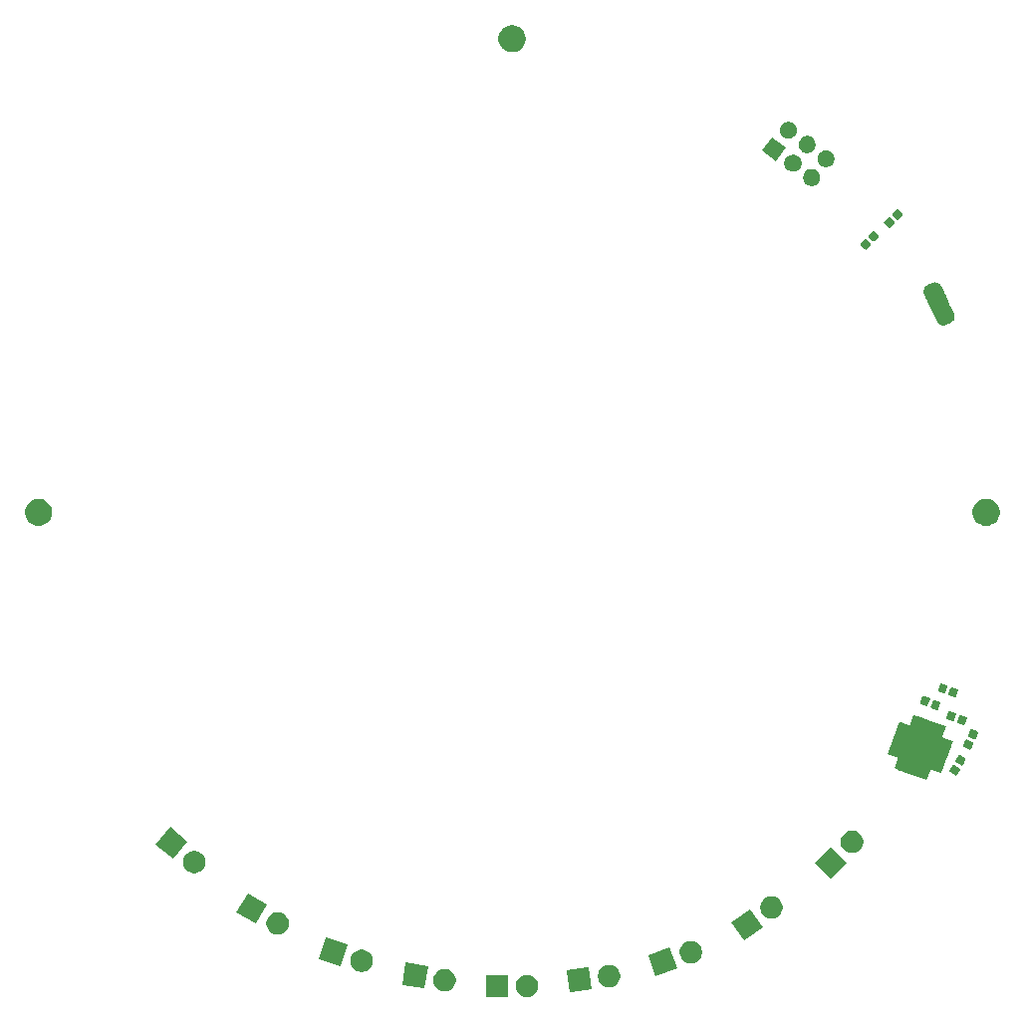
<source format=gts>
G04 #@! TF.GenerationSoftware,KiCad,Pcbnew,(5.1.5)-3*
G04 #@! TF.CreationDate,2020-01-15T14:34:41+01:00*
G04 #@! TF.ProjectId,ring_pcb_5mm_leds,72696e67-5f70-4636-925f-356d6d5f6c65,rev?*
G04 #@! TF.SameCoordinates,Original*
G04 #@! TF.FileFunction,Soldermask,Top*
G04 #@! TF.FilePolarity,Negative*
%FSLAX46Y46*%
G04 Gerber Fmt 4.6, Leading zero omitted, Abs format (unit mm)*
G04 Created by KiCad (PCBNEW (5.1.5)-3) date 2020-01-15 14:34:41*
%MOMM*%
%LPD*%
G04 APERTURE LIST*
%ADD10C,0.100000*%
G04 APERTURE END LIST*
D10*
G36*
X146478442Y-122564499D02*
G01*
X146651513Y-122636187D01*
X146651514Y-122636188D01*
X146807274Y-122740263D01*
X146939737Y-122872726D01*
X146969186Y-122916800D01*
X147043813Y-123028487D01*
X147115501Y-123201558D01*
X147152047Y-123385286D01*
X147152047Y-123572620D01*
X147115501Y-123756348D01*
X147043813Y-123929419D01*
X147043812Y-123929420D01*
X146939737Y-124085180D01*
X146807274Y-124217643D01*
X146728865Y-124270034D01*
X146651513Y-124321719D01*
X146478442Y-124393407D01*
X146294714Y-124429953D01*
X146107380Y-124429953D01*
X145923652Y-124393407D01*
X145750581Y-124321719D01*
X145673229Y-124270034D01*
X145594820Y-124217643D01*
X145462357Y-124085180D01*
X145358282Y-123929420D01*
X145358281Y-123929419D01*
X145286593Y-123756348D01*
X145250047Y-123572620D01*
X145250047Y-123385286D01*
X145286593Y-123201558D01*
X145358281Y-123028487D01*
X145432908Y-122916800D01*
X145462357Y-122872726D01*
X145594820Y-122740263D01*
X145750580Y-122636188D01*
X145750581Y-122636187D01*
X145923652Y-122564499D01*
X146107380Y-122527953D01*
X146294714Y-122527953D01*
X146478442Y-122564499D01*
G37*
G36*
X144612047Y-124429953D02*
G01*
X142710047Y-124429953D01*
X142710047Y-122527953D01*
X144612047Y-122527953D01*
X144612047Y-124429953D01*
G37*
G36*
X151640205Y-123201558D02*
G01*
X151708325Y-123756349D01*
X151710856Y-123776967D01*
X150029480Y-123983413D01*
X149823034Y-124008762D01*
X149823033Y-124008762D01*
X149600531Y-122196622D01*
X149591238Y-122120940D01*
X149591238Y-122120939D01*
X151272614Y-121914493D01*
X151479060Y-121889144D01*
X151479061Y-121889144D01*
X151640205Y-123201558D01*
G37*
G36*
X139467170Y-122071843D02*
G01*
X139640241Y-122143531D01*
X139640242Y-122143532D01*
X139796002Y-122247607D01*
X139928465Y-122380070D01*
X139928466Y-122380072D01*
X140032541Y-122535831D01*
X140104229Y-122708902D01*
X140140775Y-122892630D01*
X140140775Y-123079964D01*
X140104229Y-123263692D01*
X140032541Y-123436763D01*
X140032540Y-123436764D01*
X139928465Y-123592524D01*
X139796002Y-123724987D01*
X139749067Y-123756348D01*
X139640241Y-123829063D01*
X139467170Y-123900751D01*
X139283442Y-123937297D01*
X139096108Y-123937297D01*
X138912380Y-123900751D01*
X138739309Y-123829063D01*
X138630483Y-123756348D01*
X138583548Y-123724987D01*
X138451085Y-123592524D01*
X138347010Y-123436764D01*
X138347009Y-123436763D01*
X138275321Y-123263692D01*
X138238775Y-123079964D01*
X138238775Y-122892630D01*
X138275321Y-122708902D01*
X138347009Y-122535831D01*
X138451084Y-122380072D01*
X138451085Y-122380070D01*
X138583548Y-122247607D01*
X138739308Y-122143532D01*
X138739309Y-122143531D01*
X138912380Y-122071843D01*
X139096108Y-122035297D01*
X139283442Y-122035297D01*
X139467170Y-122071843D01*
G37*
G36*
X137769108Y-121798431D02*
G01*
X137471569Y-123677014D01*
X135592986Y-123379475D01*
X135890525Y-121500892D01*
X137769108Y-121798431D01*
G37*
G36*
X153449509Y-121724951D02*
G01*
X153622580Y-121796639D01*
X153699932Y-121848324D01*
X153778341Y-121900715D01*
X153910804Y-122033178D01*
X153950472Y-122092546D01*
X154014880Y-122188939D01*
X154086568Y-122362010D01*
X154123114Y-122545738D01*
X154123114Y-122733072D01*
X154086568Y-122916800D01*
X154014880Y-123089871D01*
X154014879Y-123089872D01*
X153910804Y-123245632D01*
X153778341Y-123378095D01*
X153699932Y-123430486D01*
X153622580Y-123482171D01*
X153449509Y-123553859D01*
X153265781Y-123590405D01*
X153078447Y-123590405D01*
X152894719Y-123553859D01*
X152721648Y-123482171D01*
X152644296Y-123430486D01*
X152565887Y-123378095D01*
X152433424Y-123245632D01*
X152329349Y-123089872D01*
X152329348Y-123089871D01*
X152257660Y-122916800D01*
X152221114Y-122733072D01*
X152221114Y-122545738D01*
X152257660Y-122362010D01*
X152329348Y-122188939D01*
X152393756Y-122092546D01*
X152433424Y-122033178D01*
X152565887Y-121900715D01*
X152644296Y-121848324D01*
X152721648Y-121796639D01*
X152894719Y-121724951D01*
X153078447Y-121688405D01*
X153265781Y-121688405D01*
X153449509Y-121724951D01*
G37*
G36*
X158939850Y-122018526D02*
G01*
X157141474Y-122637756D01*
X156522244Y-120839380D01*
X158320620Y-120220150D01*
X158939850Y-122018526D01*
G37*
G36*
X132414126Y-120439402D02*
G01*
X132587197Y-120511090D01*
X132587198Y-120511091D01*
X132742958Y-120615166D01*
X132875421Y-120747629D01*
X132875422Y-120747631D01*
X132979497Y-120903390D01*
X133051185Y-121076461D01*
X133087731Y-121260189D01*
X133087731Y-121447523D01*
X133051185Y-121631251D01*
X132979497Y-121804322D01*
X132979496Y-121804323D01*
X132875421Y-121960083D01*
X132742958Y-122092546D01*
X132700463Y-122120940D01*
X132587197Y-122196622D01*
X132414126Y-122268310D01*
X132230398Y-122304856D01*
X132043064Y-122304856D01*
X131859336Y-122268310D01*
X131686265Y-122196622D01*
X131572999Y-122120940D01*
X131530504Y-122092546D01*
X131398041Y-121960083D01*
X131293966Y-121804323D01*
X131293965Y-121804322D01*
X131222277Y-121631251D01*
X131185731Y-121447523D01*
X131185731Y-121260189D01*
X131222277Y-121076461D01*
X131293965Y-120903390D01*
X131398040Y-120747631D01*
X131398041Y-120747629D01*
X131530504Y-120615166D01*
X131686264Y-120511091D01*
X131686265Y-120511090D01*
X131859336Y-120439402D01*
X132043064Y-120402856D01*
X132230398Y-120402856D01*
X132414126Y-120439402D01*
G37*
G36*
X130919377Y-119958373D02*
G01*
X130331627Y-121767283D01*
X128522717Y-121179533D01*
X129110467Y-119370623D01*
X130919377Y-119958373D01*
G37*
G36*
X160410059Y-119687556D02*
G01*
X160583130Y-119759244D01*
X160583131Y-119759245D01*
X160738891Y-119863320D01*
X160871354Y-119995783D01*
X160871355Y-119995785D01*
X160975430Y-120151544D01*
X161047118Y-120324615D01*
X161083664Y-120508343D01*
X161083664Y-120695677D01*
X161047118Y-120879405D01*
X160975430Y-121052476D01*
X160923745Y-121129828D01*
X160871354Y-121208237D01*
X160738891Y-121340700D01*
X160660482Y-121393091D01*
X160583130Y-121444776D01*
X160410059Y-121516464D01*
X160226331Y-121553010D01*
X160038997Y-121553010D01*
X159855269Y-121516464D01*
X159682198Y-121444776D01*
X159604846Y-121393091D01*
X159526437Y-121340700D01*
X159393974Y-121208237D01*
X159341583Y-121129828D01*
X159289898Y-121052476D01*
X159218210Y-120879405D01*
X159181664Y-120695677D01*
X159181664Y-120508343D01*
X159218210Y-120324615D01*
X159289898Y-120151544D01*
X159393973Y-119995785D01*
X159393974Y-119995783D01*
X159526437Y-119863320D01*
X159682197Y-119759245D01*
X159682198Y-119759244D01*
X159855269Y-119687556D01*
X160038997Y-119651010D01*
X160226331Y-119651010D01*
X160410059Y-119687556D01*
G37*
G36*
X166215532Y-118512495D02*
G01*
X164657505Y-119603438D01*
X163566562Y-118045411D01*
X165124589Y-116954468D01*
X166215532Y-118512495D01*
G37*
G36*
X125278147Y-117244499D02*
G01*
X125451218Y-117316187D01*
X125451219Y-117316188D01*
X125606979Y-117420263D01*
X125739442Y-117552726D01*
X125739443Y-117552728D01*
X125843518Y-117708487D01*
X125915206Y-117881558D01*
X125951752Y-118065286D01*
X125951752Y-118252620D01*
X125915206Y-118436348D01*
X125843518Y-118609419D01*
X125843517Y-118609420D01*
X125739442Y-118765180D01*
X125606979Y-118897643D01*
X125528570Y-118950034D01*
X125451218Y-119001719D01*
X125278147Y-119073407D01*
X125094419Y-119109953D01*
X124907085Y-119109953D01*
X124723357Y-119073407D01*
X124550286Y-119001719D01*
X124472934Y-118950034D01*
X124394525Y-118897643D01*
X124262062Y-118765180D01*
X124157987Y-118609420D01*
X124157986Y-118609419D01*
X124086298Y-118436348D01*
X124049752Y-118252620D01*
X124049752Y-118065286D01*
X124086298Y-117881558D01*
X124157986Y-117708487D01*
X124262061Y-117552728D01*
X124262062Y-117552726D01*
X124394525Y-117420263D01*
X124550285Y-117316188D01*
X124550286Y-117316187D01*
X124723357Y-117244499D01*
X124907085Y-117207953D01*
X125094419Y-117207953D01*
X125278147Y-117244499D01*
G37*
G36*
X124100138Y-116540863D02*
G01*
X123149137Y-118188044D01*
X121501956Y-117237043D01*
X122452957Y-115589862D01*
X124100138Y-116540863D01*
G37*
G36*
X167249088Y-115907615D02*
G01*
X167422159Y-115979303D01*
X167422160Y-115979304D01*
X167577920Y-116083379D01*
X167710383Y-116215842D01*
X167710384Y-116215844D01*
X167814459Y-116371603D01*
X167886147Y-116544674D01*
X167922693Y-116728402D01*
X167922693Y-116915736D01*
X167886147Y-117099464D01*
X167814459Y-117272535D01*
X167785291Y-117316188D01*
X167710383Y-117428296D01*
X167577920Y-117560759D01*
X167499511Y-117613150D01*
X167422159Y-117664835D01*
X167249088Y-117736523D01*
X167065360Y-117773069D01*
X166878026Y-117773069D01*
X166694298Y-117736523D01*
X166521227Y-117664835D01*
X166443875Y-117613150D01*
X166365466Y-117560759D01*
X166233003Y-117428296D01*
X166158095Y-117316188D01*
X166128927Y-117272535D01*
X166057239Y-117099464D01*
X166020693Y-116915736D01*
X166020693Y-116728402D01*
X166057239Y-116544674D01*
X166128927Y-116371603D01*
X166233002Y-116215844D01*
X166233003Y-116215842D01*
X166365466Y-116083379D01*
X166521226Y-115979304D01*
X166521227Y-115979303D01*
X166694298Y-115907615D01*
X166878026Y-115871069D01*
X167065360Y-115871069D01*
X167249088Y-115907615D01*
G37*
G36*
X173365964Y-113038953D02*
G01*
X172021047Y-114383870D01*
X170676130Y-113038953D01*
X172021047Y-111694036D01*
X173365964Y-113038953D01*
G37*
G36*
X118204195Y-112037180D02*
G01*
X118377266Y-112108868D01*
X118377267Y-112108869D01*
X118533027Y-112212944D01*
X118665490Y-112345407D01*
X118665491Y-112345409D01*
X118769566Y-112501168D01*
X118841254Y-112674239D01*
X118877800Y-112857967D01*
X118877800Y-113045301D01*
X118841254Y-113229029D01*
X118769566Y-113402100D01*
X118769565Y-113402101D01*
X118665490Y-113557861D01*
X118533027Y-113690324D01*
X118454618Y-113742715D01*
X118377266Y-113794400D01*
X118204195Y-113866088D01*
X118020467Y-113902634D01*
X117833133Y-113902634D01*
X117649405Y-113866088D01*
X117476334Y-113794400D01*
X117398982Y-113742715D01*
X117320573Y-113690324D01*
X117188110Y-113557861D01*
X117084035Y-113402101D01*
X117084034Y-113402100D01*
X117012346Y-113229029D01*
X116975800Y-113045301D01*
X116975800Y-112857967D01*
X117012346Y-112674239D01*
X117084034Y-112501168D01*
X117188109Y-112345409D01*
X117188110Y-112345407D01*
X117320573Y-112212944D01*
X117476333Y-112108869D01*
X117476334Y-112108868D01*
X117649405Y-112037180D01*
X117833133Y-112000634D01*
X118020467Y-112000634D01*
X118204195Y-112037180D01*
G37*
G36*
X117320846Y-111201736D02*
G01*
X116098264Y-112658752D01*
X114641248Y-111436170D01*
X115863830Y-109979154D01*
X117320846Y-111201736D01*
G37*
G36*
X174094493Y-110328448D02*
G01*
X174267564Y-110400136D01*
X174267565Y-110400137D01*
X174423325Y-110504212D01*
X174555788Y-110636675D01*
X174555789Y-110636677D01*
X174659864Y-110792436D01*
X174731552Y-110965507D01*
X174768098Y-111149235D01*
X174768098Y-111336569D01*
X174731552Y-111520297D01*
X174659864Y-111693368D01*
X174659417Y-111694037D01*
X174555788Y-111849129D01*
X174423325Y-111981592D01*
X174394826Y-112000634D01*
X174267564Y-112085668D01*
X174094493Y-112157356D01*
X173910765Y-112193902D01*
X173723431Y-112193902D01*
X173539703Y-112157356D01*
X173366632Y-112085668D01*
X173239370Y-112000634D01*
X173210871Y-111981592D01*
X173078408Y-111849129D01*
X172974779Y-111694037D01*
X172974332Y-111693368D01*
X172902644Y-111520297D01*
X172866098Y-111336569D01*
X172866098Y-111149235D01*
X172902644Y-110965507D01*
X172974332Y-110792436D01*
X173078407Y-110636677D01*
X173078408Y-110636675D01*
X173210871Y-110504212D01*
X173366631Y-110400137D01*
X173366632Y-110400136D01*
X173539703Y-110328448D01*
X173723431Y-110291902D01*
X173910765Y-110291902D01*
X174094493Y-110328448D01*
G37*
G36*
X179733153Y-100676830D02*
G01*
X179920658Y-100745076D01*
X180113464Y-100815252D01*
X180399837Y-100919483D01*
X180491926Y-100953001D01*
X180844319Y-101081261D01*
X180844322Y-101081262D01*
X180992045Y-101135029D01*
X181339530Y-101261503D01*
X181456984Y-101304253D01*
X181456989Y-101304256D01*
X181809376Y-101432514D01*
X181809376Y-101432515D01*
X181728671Y-101654250D01*
X181518656Y-102231261D01*
X181512575Y-102254991D01*
X181511239Y-102279458D01*
X181514702Y-102303716D01*
X181522831Y-102326833D01*
X181535314Y-102347919D01*
X181551671Y-102366165D01*
X181571273Y-102380869D01*
X181593365Y-102391466D01*
X182392107Y-102682184D01*
X182392107Y-102682185D01*
X182364569Y-102757844D01*
X182254615Y-103059941D01*
X182227154Y-103135388D01*
X182221097Y-103152030D01*
X182083605Y-103529787D01*
X182083604Y-103529787D01*
X182050087Y-103621876D01*
X181912595Y-103999633D01*
X181879077Y-104091722D01*
X181876675Y-104098321D01*
X181876676Y-104098321D01*
X181869843Y-104117093D01*
X181750817Y-104444115D01*
X181750816Y-104444118D01*
X181741585Y-104469479D01*
X181649343Y-104722912D01*
X181570575Y-104939326D01*
X181527825Y-105056780D01*
X181527822Y-105056785D01*
X181399564Y-105409172D01*
X181399563Y-105409172D01*
X181141139Y-105315113D01*
X180600817Y-105118452D01*
X180577087Y-105112371D01*
X180552620Y-105111035D01*
X180528362Y-105114498D01*
X180505245Y-105122627D01*
X180484159Y-105135110D01*
X180465913Y-105151467D01*
X180451209Y-105171069D01*
X180440612Y-105193161D01*
X180149894Y-105991903D01*
X180149893Y-105991903D01*
X179210202Y-105649883D01*
X178832445Y-105512391D01*
X178740356Y-105478873D01*
X178387963Y-105350613D01*
X178387960Y-105350612D01*
X178024524Y-105218332D01*
X177892752Y-105170371D01*
X177775298Y-105127621D01*
X177775293Y-105127618D01*
X177422906Y-104999360D01*
X177444757Y-104939326D01*
X177582249Y-104561569D01*
X177713626Y-104200613D01*
X177719707Y-104176883D01*
X177721043Y-104152416D01*
X177717580Y-104128158D01*
X177709451Y-104105041D01*
X177696968Y-104083955D01*
X177680611Y-104065709D01*
X177661009Y-104051005D01*
X177638917Y-104040408D01*
X176840175Y-103749690D01*
X176977667Y-103371933D01*
X177003294Y-103301524D01*
X177077446Y-103097794D01*
X177148677Y-102902087D01*
X177185617Y-102800596D01*
X177228715Y-102682185D01*
X177319687Y-102432241D01*
X177319688Y-102432241D01*
X177370558Y-102292476D01*
X177481755Y-101986964D01*
X177704457Y-101375094D01*
X177704461Y-101375087D01*
X177832718Y-101022702D01*
X177832719Y-101022702D01*
X178061633Y-101106020D01*
X178631465Y-101313422D01*
X178655195Y-101319503D01*
X178679662Y-101320839D01*
X178703920Y-101317376D01*
X178727037Y-101309247D01*
X178748123Y-101296764D01*
X178766369Y-101280407D01*
X178781073Y-101260805D01*
X178791671Y-101238711D01*
X178823368Y-101151623D01*
X179082388Y-100439971D01*
X179082389Y-100439971D01*
X179733153Y-100676830D01*
G37*
G36*
X182455039Y-104715821D02*
G01*
X182476021Y-104720713D01*
X182501272Y-104732155D01*
X182941824Y-104986507D01*
X182964356Y-105002652D01*
X182979083Y-105018377D01*
X182990461Y-105036673D01*
X182998047Y-105056829D01*
X183001557Y-105078089D01*
X183000852Y-105099618D01*
X182995960Y-105120600D01*
X182984518Y-105145851D01*
X182755166Y-105543101D01*
X182739021Y-105565633D01*
X182723296Y-105580360D01*
X182705000Y-105591738D01*
X182684844Y-105599324D01*
X182663583Y-105602834D01*
X182642055Y-105602129D01*
X182621073Y-105597237D01*
X182595822Y-105585795D01*
X182155270Y-105331443D01*
X182132738Y-105315298D01*
X182118011Y-105299573D01*
X182106633Y-105281277D01*
X182099047Y-105261121D01*
X182095537Y-105239861D01*
X182096242Y-105218332D01*
X182101134Y-105197350D01*
X182112576Y-105172099D01*
X182341928Y-104774849D01*
X182358073Y-104752317D01*
X182373798Y-104737590D01*
X182392094Y-104726212D01*
X182412250Y-104718626D01*
X182433511Y-104715116D01*
X182455039Y-104715821D01*
G37*
G36*
X182940039Y-103875777D02*
G01*
X182961021Y-103880669D01*
X182986272Y-103892111D01*
X183426824Y-104146463D01*
X183449356Y-104162608D01*
X183464083Y-104178333D01*
X183475461Y-104196629D01*
X183483047Y-104216785D01*
X183486557Y-104238045D01*
X183485852Y-104259574D01*
X183480960Y-104280556D01*
X183469518Y-104305807D01*
X183240166Y-104703057D01*
X183224021Y-104725589D01*
X183208296Y-104740316D01*
X183190000Y-104751694D01*
X183169844Y-104759280D01*
X183148583Y-104762790D01*
X183127055Y-104762085D01*
X183106073Y-104757193D01*
X183080822Y-104745751D01*
X182640270Y-104491399D01*
X182617738Y-104475254D01*
X182603011Y-104459529D01*
X182591633Y-104441233D01*
X182584047Y-104421077D01*
X182580537Y-104399817D01*
X182581242Y-104378288D01*
X182586134Y-104357306D01*
X182597576Y-104332055D01*
X182826928Y-103934805D01*
X182843073Y-103912273D01*
X182858798Y-103897546D01*
X182877094Y-103886168D01*
X182897250Y-103878582D01*
X182918511Y-103875072D01*
X182940039Y-103875777D01*
G37*
G36*
X183591631Y-102535238D02*
G01*
X183617766Y-102544429D01*
X183668847Y-102568249D01*
X183668854Y-102568251D01*
X184027752Y-102735608D01*
X184027761Y-102735613D01*
X184078836Y-102759430D01*
X184102681Y-102773546D01*
X184118718Y-102787922D01*
X184131649Y-102805161D01*
X184140964Y-102824580D01*
X184146313Y-102845453D01*
X184147488Y-102866964D01*
X184144443Y-102888291D01*
X184135252Y-102914426D01*
X183941385Y-103330177D01*
X183927267Y-103354024D01*
X183912889Y-103370062D01*
X183895656Y-103382990D01*
X183876231Y-103392308D01*
X183855360Y-103397656D01*
X183833850Y-103398831D01*
X183812523Y-103395786D01*
X183786388Y-103386595D01*
X183735307Y-103362775D01*
X183735300Y-103362773D01*
X183376402Y-103195416D01*
X183376393Y-103195411D01*
X183325318Y-103171594D01*
X183301473Y-103157478D01*
X183285436Y-103143102D01*
X183272505Y-103125863D01*
X183263190Y-103106444D01*
X183257841Y-103085571D01*
X183256666Y-103064060D01*
X183259711Y-103042733D01*
X183268902Y-103016598D01*
X183462769Y-102600847D01*
X183476887Y-102577000D01*
X183491265Y-102560962D01*
X183508498Y-102548034D01*
X183527923Y-102538716D01*
X183548794Y-102533368D01*
X183570304Y-102532193D01*
X183591631Y-102535238D01*
G37*
G36*
X184001571Y-101656120D02*
G01*
X184027706Y-101665311D01*
X184078787Y-101689131D01*
X184078794Y-101689133D01*
X184437692Y-101856490D01*
X184437701Y-101856495D01*
X184488776Y-101880312D01*
X184512621Y-101894428D01*
X184528658Y-101908804D01*
X184541589Y-101926043D01*
X184550904Y-101945462D01*
X184556253Y-101966335D01*
X184557428Y-101987846D01*
X184554383Y-102009173D01*
X184545192Y-102035308D01*
X184351325Y-102451059D01*
X184337207Y-102474906D01*
X184322829Y-102490944D01*
X184305596Y-102503872D01*
X184286171Y-102513190D01*
X184265300Y-102518538D01*
X184243790Y-102519713D01*
X184222463Y-102516668D01*
X184196328Y-102507477D01*
X184145247Y-102483657D01*
X184145240Y-102483655D01*
X183786342Y-102316298D01*
X183786333Y-102316293D01*
X183735258Y-102292476D01*
X183711413Y-102278360D01*
X183695376Y-102263984D01*
X183682445Y-102246745D01*
X183673130Y-102227326D01*
X183667781Y-102206453D01*
X183666606Y-102184942D01*
X183669651Y-102163615D01*
X183678842Y-102137480D01*
X183872709Y-101721729D01*
X183886827Y-101697882D01*
X183901205Y-101681844D01*
X183918438Y-101668916D01*
X183937863Y-101659598D01*
X183958734Y-101654250D01*
X183980244Y-101653075D01*
X184001571Y-101656120D01*
G37*
G36*
X183057314Y-100442881D02*
G01*
X183084161Y-100449761D01*
X183515220Y-100606654D01*
X183540201Y-100618637D01*
X183557437Y-100631567D01*
X183571815Y-100647605D01*
X183582792Y-100666148D01*
X183589938Y-100686467D01*
X183592983Y-100707795D01*
X183591808Y-100729306D01*
X183584928Y-100756153D01*
X183410934Y-101234197D01*
X183398951Y-101259178D01*
X183386021Y-101276414D01*
X183369983Y-101290792D01*
X183351440Y-101301769D01*
X183331121Y-101308915D01*
X183309793Y-101311960D01*
X183288282Y-101310785D01*
X183261435Y-101303905D01*
X182830376Y-101147012D01*
X182805395Y-101135029D01*
X182788159Y-101122099D01*
X182773781Y-101106061D01*
X182762804Y-101087518D01*
X182755658Y-101067199D01*
X182752613Y-101045871D01*
X182753788Y-101024360D01*
X182760668Y-100997513D01*
X182934662Y-100519469D01*
X182946645Y-100494488D01*
X182959575Y-100477252D01*
X182975613Y-100462874D01*
X182994156Y-100451897D01*
X183014475Y-100444751D01*
X183035803Y-100441706D01*
X183057314Y-100442881D01*
G37*
G36*
X182145812Y-100111121D02*
G01*
X182172659Y-100118001D01*
X182603718Y-100274894D01*
X182628699Y-100286877D01*
X182645935Y-100299807D01*
X182660313Y-100315845D01*
X182671290Y-100334388D01*
X182678436Y-100354707D01*
X182681481Y-100376035D01*
X182680306Y-100397546D01*
X182673426Y-100424393D01*
X182499432Y-100902437D01*
X182487449Y-100927418D01*
X182474519Y-100944654D01*
X182458481Y-100959032D01*
X182439938Y-100970009D01*
X182419619Y-100977155D01*
X182398291Y-100980200D01*
X182376780Y-100979025D01*
X182349933Y-100972145D01*
X181918874Y-100815252D01*
X181893893Y-100803269D01*
X181876657Y-100790339D01*
X181862279Y-100774301D01*
X181851302Y-100755758D01*
X181844156Y-100735439D01*
X181841111Y-100714111D01*
X181842286Y-100692600D01*
X181849166Y-100665753D01*
X182023160Y-100187709D01*
X182035143Y-100162728D01*
X182048073Y-100145492D01*
X182064111Y-100131114D01*
X182082654Y-100120137D01*
X182102973Y-100112991D01*
X182124301Y-100109946D01*
X182145812Y-100111121D01*
G37*
G36*
X180825563Y-99155001D02*
G01*
X180852410Y-99161881D01*
X181283469Y-99318774D01*
X181308450Y-99330757D01*
X181325686Y-99343687D01*
X181340064Y-99359725D01*
X181351041Y-99378268D01*
X181358187Y-99398587D01*
X181361232Y-99419915D01*
X181360057Y-99441426D01*
X181353177Y-99468273D01*
X181179183Y-99946317D01*
X181167200Y-99971298D01*
X181154270Y-99988534D01*
X181138232Y-100002912D01*
X181119689Y-100013889D01*
X181099370Y-100021035D01*
X181078042Y-100024080D01*
X181056531Y-100022905D01*
X181029684Y-100016025D01*
X180598625Y-99859132D01*
X180573644Y-99847149D01*
X180556408Y-99834219D01*
X180542030Y-99818181D01*
X180531053Y-99799638D01*
X180523907Y-99779319D01*
X180520862Y-99757991D01*
X180522037Y-99736480D01*
X180528917Y-99709633D01*
X180702911Y-99231589D01*
X180714894Y-99206608D01*
X180727824Y-99189372D01*
X180743862Y-99174994D01*
X180762405Y-99164017D01*
X180782724Y-99156871D01*
X180804052Y-99153826D01*
X180825563Y-99155001D01*
G37*
G36*
X179914061Y-98823241D02*
G01*
X179940908Y-98830121D01*
X180371967Y-98987014D01*
X180396948Y-98998997D01*
X180414184Y-99011927D01*
X180428562Y-99027965D01*
X180439539Y-99046508D01*
X180446685Y-99066827D01*
X180449730Y-99088155D01*
X180448555Y-99109666D01*
X180441675Y-99136513D01*
X180267681Y-99614557D01*
X180255698Y-99639538D01*
X180242768Y-99656774D01*
X180226730Y-99671152D01*
X180208187Y-99682129D01*
X180187868Y-99689275D01*
X180166540Y-99692320D01*
X180145029Y-99691145D01*
X180118182Y-99684265D01*
X179687123Y-99527372D01*
X179662142Y-99515389D01*
X179644906Y-99502459D01*
X179630528Y-99486421D01*
X179619551Y-99467878D01*
X179612405Y-99447559D01*
X179609360Y-99426231D01*
X179610535Y-99404720D01*
X179617415Y-99377873D01*
X179791409Y-98899829D01*
X179803392Y-98874848D01*
X179816322Y-98857612D01*
X179832360Y-98843234D01*
X179850903Y-98832257D01*
X179871222Y-98825111D01*
X179892550Y-98822066D01*
X179914061Y-98823241D01*
G37*
G36*
X182331314Y-98080881D02*
G01*
X182358161Y-98087761D01*
X182789220Y-98244654D01*
X182814201Y-98256637D01*
X182831437Y-98269567D01*
X182845815Y-98285605D01*
X182856792Y-98304148D01*
X182863938Y-98324467D01*
X182866983Y-98345795D01*
X182865808Y-98367306D01*
X182858928Y-98394153D01*
X182684934Y-98872197D01*
X182672951Y-98897178D01*
X182660021Y-98914414D01*
X182643983Y-98928792D01*
X182625440Y-98939769D01*
X182605121Y-98946915D01*
X182583793Y-98949960D01*
X182562282Y-98948785D01*
X182535435Y-98941905D01*
X182104376Y-98785012D01*
X182079395Y-98773029D01*
X182062159Y-98760099D01*
X182047781Y-98744061D01*
X182036804Y-98725518D01*
X182029658Y-98705199D01*
X182026613Y-98683871D01*
X182027788Y-98662360D01*
X182034668Y-98635513D01*
X182208662Y-98157469D01*
X182220645Y-98132488D01*
X182233575Y-98115252D01*
X182249613Y-98100874D01*
X182268156Y-98089897D01*
X182288475Y-98082751D01*
X182309803Y-98079706D01*
X182331314Y-98080881D01*
G37*
G36*
X181419812Y-97749121D02*
G01*
X181446659Y-97756001D01*
X181877718Y-97912894D01*
X181902699Y-97924877D01*
X181919935Y-97937807D01*
X181934313Y-97953845D01*
X181945290Y-97972388D01*
X181952436Y-97992707D01*
X181955481Y-98014035D01*
X181954306Y-98035546D01*
X181947426Y-98062393D01*
X181773432Y-98540437D01*
X181761449Y-98565418D01*
X181748519Y-98582654D01*
X181732481Y-98597032D01*
X181713938Y-98608009D01*
X181693619Y-98615155D01*
X181672291Y-98618200D01*
X181650780Y-98617025D01*
X181623933Y-98610145D01*
X181192874Y-98453252D01*
X181167893Y-98441269D01*
X181150657Y-98428339D01*
X181136279Y-98412301D01*
X181125302Y-98393758D01*
X181118156Y-98373439D01*
X181115111Y-98352111D01*
X181116286Y-98330600D01*
X181123166Y-98303753D01*
X181297160Y-97825709D01*
X181309143Y-97800728D01*
X181322073Y-97783492D01*
X181338111Y-97769114D01*
X181356654Y-97758137D01*
X181376973Y-97750991D01*
X181398301Y-97747946D01*
X181419812Y-97749121D01*
G37*
G36*
X185444614Y-82090735D02*
G01*
X185555799Y-82112851D01*
X185765268Y-82199616D01*
X185953785Y-82325579D01*
X186114105Y-82485899D01*
X186240068Y-82674416D01*
X186326833Y-82883885D01*
X186371065Y-83106255D01*
X186371065Y-83332983D01*
X186326833Y-83555353D01*
X186240068Y-83764822D01*
X186114105Y-83953339D01*
X185953785Y-84113659D01*
X185765268Y-84239622D01*
X185555799Y-84326387D01*
X185444614Y-84348503D01*
X185333430Y-84370619D01*
X185106700Y-84370619D01*
X184995516Y-84348503D01*
X184884331Y-84326387D01*
X184674862Y-84239622D01*
X184486345Y-84113659D01*
X184326025Y-83953339D01*
X184200062Y-83764822D01*
X184113297Y-83555353D01*
X184069065Y-83332983D01*
X184069065Y-83106255D01*
X184113297Y-82883885D01*
X184200062Y-82674416D01*
X184326025Y-82485899D01*
X184486345Y-82325579D01*
X184674862Y-82199616D01*
X184884331Y-82112851D01*
X184995516Y-82090735D01*
X185106700Y-82068619D01*
X185333430Y-82068619D01*
X185444614Y-82090735D01*
G37*
G36*
X104902935Y-82090735D02*
G01*
X105014120Y-82112851D01*
X105223589Y-82199616D01*
X105412106Y-82325579D01*
X105572426Y-82485899D01*
X105698389Y-82674416D01*
X105785154Y-82883885D01*
X105829386Y-83106255D01*
X105829386Y-83332983D01*
X105785154Y-83555353D01*
X105698389Y-83764822D01*
X105572426Y-83953339D01*
X105412106Y-84113659D01*
X105223589Y-84239622D01*
X105014120Y-84326387D01*
X104902935Y-84348503D01*
X104791751Y-84370619D01*
X104565021Y-84370619D01*
X104453837Y-84348503D01*
X104342652Y-84326387D01*
X104133183Y-84239622D01*
X103944666Y-84113659D01*
X103784346Y-83953339D01*
X103658383Y-83764822D01*
X103571618Y-83555353D01*
X103527386Y-83332983D01*
X103527386Y-83106255D01*
X103571618Y-82883885D01*
X103658383Y-82674416D01*
X103784346Y-82485899D01*
X103944666Y-82325579D01*
X104133183Y-82199616D01*
X104342652Y-82112851D01*
X104453837Y-82090735D01*
X104565021Y-82068619D01*
X104791751Y-82068619D01*
X104902935Y-82090735D01*
G37*
G36*
X180939435Y-63675527D02*
G01*
X181024175Y-63688570D01*
X181045853Y-63694126D01*
X181126423Y-63723451D01*
X181131983Y-63726118D01*
X181131986Y-63726119D01*
X181141044Y-63730464D01*
X181146610Y-63733134D01*
X181219902Y-63777608D01*
X181237817Y-63791047D01*
X181301026Y-63848969D01*
X181315966Y-63865634D01*
X181366664Y-63934778D01*
X181369805Y-63940084D01*
X181369807Y-63940087D01*
X181374925Y-63948732D01*
X181374929Y-63948740D01*
X181378069Y-63954045D01*
X181385848Y-63970726D01*
X181391570Y-63981574D01*
X181400960Y-63997436D01*
X181628215Y-64484787D01*
X181633593Y-64500080D01*
X181635739Y-64515109D01*
X181636361Y-64529368D01*
X181642185Y-64553170D01*
X181652541Y-64575378D01*
X181667030Y-64595140D01*
X181685096Y-64611695D01*
X181686990Y-64612845D01*
X181714136Y-64671060D01*
X181714137Y-64671060D01*
X181995959Y-65275430D01*
X182207354Y-65728768D01*
X182206605Y-65742476D01*
X182210067Y-65766734D01*
X182218195Y-65789851D01*
X182230677Y-65810938D01*
X182247033Y-65829184D01*
X182251219Y-65832658D01*
X182259069Y-65841415D01*
X182267326Y-65855364D01*
X182494584Y-66342719D01*
X182500696Y-66360099D01*
X182505329Y-66371459D01*
X182513110Y-66388145D01*
X182520538Y-66409264D01*
X182540916Y-66492546D01*
X182544080Y-66514703D01*
X182547820Y-66600359D01*
X182546600Y-66622713D01*
X182533558Y-66707446D01*
X182527999Y-66729135D01*
X182498674Y-66809703D01*
X182496007Y-66815263D01*
X182496006Y-66815266D01*
X182491662Y-66824323D01*
X182491659Y-66824329D01*
X182488991Y-66829890D01*
X182444518Y-66903181D01*
X182431079Y-66921096D01*
X182373157Y-66984305D01*
X182356491Y-66999245D01*
X182287351Y-67049941D01*
X182282045Y-67053082D01*
X182282040Y-67053086D01*
X182273395Y-67058204D01*
X182273390Y-67058206D01*
X182268085Y-67061347D01*
X182251365Y-67069143D01*
X182240501Y-67074874D01*
X182238657Y-67075966D01*
X182238648Y-67075974D01*
X182229995Y-67081098D01*
X182229969Y-67081110D01*
X182224678Y-67084243D01*
X181782659Y-67290360D01*
X181776849Y-67292403D01*
X181776841Y-67292407D01*
X181767364Y-67295739D01*
X181767363Y-67295739D01*
X181765282Y-67296471D01*
X181753924Y-67301104D01*
X181737231Y-67308888D01*
X181731411Y-67310935D01*
X181731406Y-67310937D01*
X181724827Y-67313250D01*
X181716106Y-67316317D01*
X181632827Y-67336695D01*
X181610670Y-67339859D01*
X181525013Y-67343599D01*
X181502659Y-67342379D01*
X181417919Y-67329336D01*
X181396241Y-67323780D01*
X181315671Y-67294455D01*
X181310111Y-67291788D01*
X181310108Y-67291787D01*
X181301050Y-67287442D01*
X181301049Y-67287441D01*
X181295484Y-67284772D01*
X181222192Y-67240298D01*
X181204277Y-67226859D01*
X181141068Y-67168937D01*
X181126128Y-67152272D01*
X181075430Y-67083128D01*
X181070544Y-67074874D01*
X181067169Y-67069174D01*
X181067165Y-67069166D01*
X181064025Y-67063861D01*
X181056246Y-67047180D01*
X181050524Y-67036332D01*
X181041134Y-67020470D01*
X180813879Y-66533119D01*
X180808501Y-66517826D01*
X180806355Y-66502797D01*
X180805733Y-66488538D01*
X180799909Y-66464736D01*
X180789553Y-66442528D01*
X180775064Y-66422766D01*
X180756998Y-66406211D01*
X180755104Y-66405061D01*
X180727958Y-66346846D01*
X180727957Y-66346846D01*
X180262232Y-65348095D01*
X180234740Y-65289138D01*
X180235489Y-65275430D01*
X180232027Y-65251172D01*
X180223899Y-65228055D01*
X180211417Y-65206968D01*
X180195061Y-65188722D01*
X180190875Y-65185248D01*
X180183025Y-65176491D01*
X180174768Y-65162542D01*
X179947510Y-64675187D01*
X179941398Y-64657807D01*
X179936765Y-64646447D01*
X179928984Y-64629761D01*
X179921556Y-64608642D01*
X179901178Y-64525360D01*
X179898014Y-64503203D01*
X179894274Y-64417547D01*
X179895494Y-64395193D01*
X179908536Y-64310460D01*
X179914095Y-64288771D01*
X179943420Y-64208203D01*
X179946088Y-64202640D01*
X179950432Y-64193583D01*
X179950435Y-64193577D01*
X179953103Y-64188016D01*
X179997576Y-64114725D01*
X180011015Y-64096810D01*
X180068937Y-64033601D01*
X180085603Y-64018661D01*
X180154743Y-63967965D01*
X180160049Y-63964824D01*
X180160054Y-63964820D01*
X180168699Y-63959702D01*
X180168704Y-63959700D01*
X180174009Y-63956559D01*
X180190729Y-63948763D01*
X180201593Y-63943032D01*
X180203437Y-63941940D01*
X180203446Y-63941932D01*
X180212099Y-63936808D01*
X180212125Y-63936796D01*
X180217416Y-63933663D01*
X180659435Y-63727546D01*
X180665245Y-63725503D01*
X180665253Y-63725499D01*
X180674730Y-63722167D01*
X180674731Y-63722167D01*
X180676812Y-63721435D01*
X180688170Y-63716802D01*
X180704863Y-63709018D01*
X180710683Y-63706971D01*
X180710688Y-63706969D01*
X180717267Y-63704656D01*
X180725988Y-63701589D01*
X180809267Y-63681211D01*
X180831424Y-63678047D01*
X180917081Y-63674307D01*
X180939435Y-63675527D01*
G37*
G36*
X174971860Y-59973391D02*
G01*
X174992479Y-59979646D01*
X175011475Y-59989799D01*
X175032896Y-60007379D01*
X175392621Y-60367104D01*
X175410201Y-60388525D01*
X175420354Y-60407521D01*
X175426609Y-60428140D01*
X175428720Y-60449578D01*
X175426609Y-60471016D01*
X175420354Y-60491635D01*
X175410201Y-60510631D01*
X175392621Y-60532052D01*
X175068252Y-60856421D01*
X175046831Y-60874001D01*
X175027835Y-60884154D01*
X175007216Y-60890409D01*
X174985778Y-60892520D01*
X174964340Y-60890409D01*
X174943721Y-60884154D01*
X174924725Y-60874001D01*
X174903304Y-60856421D01*
X174543579Y-60496696D01*
X174525999Y-60475275D01*
X174515846Y-60456279D01*
X174509591Y-60435660D01*
X174507480Y-60414222D01*
X174509591Y-60392784D01*
X174515846Y-60372165D01*
X174525999Y-60353169D01*
X174543579Y-60331748D01*
X174867948Y-60007379D01*
X174889369Y-59989799D01*
X174908365Y-59979646D01*
X174928984Y-59973391D01*
X174950422Y-59971280D01*
X174971860Y-59973391D01*
G37*
G36*
X175657754Y-59287497D02*
G01*
X175678373Y-59293752D01*
X175697369Y-59303905D01*
X175718790Y-59321485D01*
X176078515Y-59681210D01*
X176096095Y-59702631D01*
X176106248Y-59721627D01*
X176112503Y-59742246D01*
X176114614Y-59763684D01*
X176112503Y-59785122D01*
X176106248Y-59805741D01*
X176096095Y-59824737D01*
X176078515Y-59846158D01*
X175754146Y-60170527D01*
X175732725Y-60188107D01*
X175713729Y-60198260D01*
X175693110Y-60204515D01*
X175671672Y-60206626D01*
X175650234Y-60204515D01*
X175629615Y-60198260D01*
X175610619Y-60188107D01*
X175589198Y-60170527D01*
X175229473Y-59810802D01*
X175211893Y-59789381D01*
X175201740Y-59770385D01*
X175195485Y-59749766D01*
X175193374Y-59728328D01*
X175195485Y-59706890D01*
X175201740Y-59686271D01*
X175211893Y-59667275D01*
X175229473Y-59645854D01*
X175553842Y-59321485D01*
X175575263Y-59303905D01*
X175594259Y-59293752D01*
X175614878Y-59287497D01*
X175636316Y-59285386D01*
X175657754Y-59287497D01*
G37*
G36*
X177001860Y-58133391D02*
G01*
X177022479Y-58139646D01*
X177041475Y-58149799D01*
X177062896Y-58167379D01*
X177422621Y-58527104D01*
X177440201Y-58548525D01*
X177450354Y-58567521D01*
X177456609Y-58588140D01*
X177458720Y-58609578D01*
X177456609Y-58631016D01*
X177450354Y-58651635D01*
X177440201Y-58670631D01*
X177422621Y-58692052D01*
X177098252Y-59016421D01*
X177076831Y-59034001D01*
X177057835Y-59044154D01*
X177037216Y-59050409D01*
X177015778Y-59052520D01*
X176994340Y-59050409D01*
X176973721Y-59044154D01*
X176954725Y-59034001D01*
X176933304Y-59016421D01*
X176573579Y-58656696D01*
X176555999Y-58635275D01*
X176545846Y-58616279D01*
X176539591Y-58595660D01*
X176537480Y-58574222D01*
X176539591Y-58552784D01*
X176545846Y-58532165D01*
X176555999Y-58513169D01*
X176573579Y-58491748D01*
X176897948Y-58167379D01*
X176919369Y-58149799D01*
X176938365Y-58139646D01*
X176958984Y-58133391D01*
X176980422Y-58131280D01*
X177001860Y-58133391D01*
G37*
G36*
X177687754Y-57447497D02*
G01*
X177708373Y-57453752D01*
X177727369Y-57463905D01*
X177748790Y-57481485D01*
X178108515Y-57841210D01*
X178126095Y-57862631D01*
X178136248Y-57881627D01*
X178142503Y-57902246D01*
X178144614Y-57923684D01*
X178142503Y-57945122D01*
X178136248Y-57965741D01*
X178126095Y-57984737D01*
X178108515Y-58006158D01*
X177784146Y-58330527D01*
X177762725Y-58348107D01*
X177743729Y-58358260D01*
X177723110Y-58364515D01*
X177701672Y-58366626D01*
X177680234Y-58364515D01*
X177659615Y-58358260D01*
X177640619Y-58348107D01*
X177619198Y-58330527D01*
X177259473Y-57970802D01*
X177241893Y-57949381D01*
X177231740Y-57930385D01*
X177225485Y-57909766D01*
X177223374Y-57888328D01*
X177225485Y-57866890D01*
X177231740Y-57846271D01*
X177241893Y-57827275D01*
X177259473Y-57805854D01*
X177583842Y-57481485D01*
X177605263Y-57463905D01*
X177624259Y-57453752D01*
X177644878Y-57447497D01*
X177666316Y-57445386D01*
X177687754Y-57447497D01*
G37*
G36*
X170609355Y-54060112D02*
G01*
X170741477Y-54114839D01*
X170741479Y-54114840D01*
X170860387Y-54194292D01*
X170961510Y-54295415D01*
X170961511Y-54295417D01*
X171040963Y-54414325D01*
X171095690Y-54546447D01*
X171123589Y-54686707D01*
X171123589Y-54829719D01*
X171095690Y-54969979D01*
X171040963Y-55102101D01*
X171040962Y-55102103D01*
X170961510Y-55221011D01*
X170860387Y-55322134D01*
X170741479Y-55401586D01*
X170741478Y-55401587D01*
X170741477Y-55401587D01*
X170609355Y-55456314D01*
X170469095Y-55484213D01*
X170326083Y-55484213D01*
X170185823Y-55456314D01*
X170053701Y-55401587D01*
X170053700Y-55401587D01*
X170053699Y-55401586D01*
X169934791Y-55322134D01*
X169833668Y-55221011D01*
X169754216Y-55102103D01*
X169754215Y-55102101D01*
X169699488Y-54969979D01*
X169671589Y-54829719D01*
X169671589Y-54686707D01*
X169699488Y-54546447D01*
X169754215Y-54414325D01*
X169833667Y-54295417D01*
X169833668Y-54295415D01*
X169934791Y-54194292D01*
X170053699Y-54114840D01*
X170053701Y-54114839D01*
X170185823Y-54060112D01*
X170326083Y-54032213D01*
X170469095Y-54032213D01*
X170609355Y-54060112D01*
G37*
G36*
X169012084Y-52856482D02*
G01*
X169144206Y-52911209D01*
X169144208Y-52911210D01*
X169263116Y-52990662D01*
X169364239Y-53091785D01*
X169364240Y-53091787D01*
X169443692Y-53210695D01*
X169498419Y-53342817D01*
X169526318Y-53483077D01*
X169526318Y-53626089D01*
X169498419Y-53766349D01*
X169448467Y-53886942D01*
X169443691Y-53898473D01*
X169364239Y-54017381D01*
X169263116Y-54118504D01*
X169144208Y-54197956D01*
X169144207Y-54197957D01*
X169144206Y-54197957D01*
X169012084Y-54252684D01*
X168871824Y-54280583D01*
X168728812Y-54280583D01*
X168588552Y-54252684D01*
X168456430Y-54197957D01*
X168456429Y-54197957D01*
X168456428Y-54197956D01*
X168337520Y-54118504D01*
X168236397Y-54017381D01*
X168156945Y-53898473D01*
X168152169Y-53886942D01*
X168102217Y-53766349D01*
X168074318Y-53626089D01*
X168074318Y-53483077D01*
X168102217Y-53342817D01*
X168156944Y-53210695D01*
X168236396Y-53091787D01*
X168236397Y-53091785D01*
X168337520Y-52990662D01*
X168456428Y-52911210D01*
X168456430Y-52911209D01*
X168588552Y-52856482D01*
X168728812Y-52828583D01*
X168871824Y-52828583D01*
X169012084Y-52856482D01*
G37*
G36*
X171812985Y-52462841D02*
G01*
X171945107Y-52517568D01*
X171945109Y-52517569D01*
X172064017Y-52597021D01*
X172165140Y-52698144D01*
X172165141Y-52698146D01*
X172244593Y-52817054D01*
X172299320Y-52949176D01*
X172327219Y-53089436D01*
X172327219Y-53232448D01*
X172299320Y-53372708D01*
X172253603Y-53483077D01*
X172244592Y-53504832D01*
X172165140Y-53623740D01*
X172064017Y-53724863D01*
X171945109Y-53804315D01*
X171945108Y-53804316D01*
X171945107Y-53804316D01*
X171812985Y-53859043D01*
X171672725Y-53886942D01*
X171529713Y-53886942D01*
X171389453Y-53859043D01*
X171257331Y-53804316D01*
X171257330Y-53804316D01*
X171257329Y-53804315D01*
X171138421Y-53724863D01*
X171037298Y-53623740D01*
X170957846Y-53504832D01*
X170948835Y-53483077D01*
X170903118Y-53372708D01*
X170875219Y-53232448D01*
X170875219Y-53089436D01*
X170903118Y-52949176D01*
X170957845Y-52817054D01*
X171037297Y-52698146D01*
X171037298Y-52698144D01*
X171138421Y-52597021D01*
X171257329Y-52517569D01*
X171257331Y-52517568D01*
X171389453Y-52462841D01*
X171529713Y-52434942D01*
X171672725Y-52434942D01*
X171812985Y-52462841D01*
G37*
G36*
X168219774Y-52208061D02*
G01*
X167345939Y-53367680D01*
X166186320Y-52493845D01*
X167060155Y-51334226D01*
X168219774Y-52208061D01*
G37*
G36*
X170215714Y-51259211D02*
G01*
X170347836Y-51313938D01*
X170347838Y-51313939D01*
X170466746Y-51393391D01*
X170567869Y-51494514D01*
X170567870Y-51494516D01*
X170647322Y-51613424D01*
X170702049Y-51745546D01*
X170729948Y-51885806D01*
X170729948Y-52028818D01*
X170702049Y-52169078D01*
X170647322Y-52301200D01*
X170647321Y-52301202D01*
X170567869Y-52420110D01*
X170466746Y-52521233D01*
X170347838Y-52600685D01*
X170347837Y-52600686D01*
X170347836Y-52600686D01*
X170215714Y-52655413D01*
X170075454Y-52683312D01*
X169932442Y-52683312D01*
X169792182Y-52655413D01*
X169660060Y-52600686D01*
X169660059Y-52600686D01*
X169660058Y-52600685D01*
X169541150Y-52521233D01*
X169440027Y-52420110D01*
X169360575Y-52301202D01*
X169360574Y-52301200D01*
X169305847Y-52169078D01*
X169277948Y-52028818D01*
X169277948Y-51885806D01*
X169305847Y-51745546D01*
X169360574Y-51613424D01*
X169440026Y-51494516D01*
X169440027Y-51494514D01*
X169541150Y-51393391D01*
X169660058Y-51313939D01*
X169660060Y-51313938D01*
X169792182Y-51259211D01*
X169932442Y-51231312D01*
X170075454Y-51231312D01*
X170215714Y-51259211D01*
G37*
G36*
X168618443Y-50055581D02*
G01*
X168750565Y-50110308D01*
X168750567Y-50110309D01*
X168869475Y-50189761D01*
X168970598Y-50290884D01*
X168970599Y-50290886D01*
X169050051Y-50409794D01*
X169104778Y-50541916D01*
X169132677Y-50682176D01*
X169132677Y-50825188D01*
X169104778Y-50965448D01*
X169050051Y-51097570D01*
X169050050Y-51097572D01*
X168970598Y-51216480D01*
X168869475Y-51317603D01*
X168750567Y-51397055D01*
X168750566Y-51397056D01*
X168750565Y-51397056D01*
X168618443Y-51451783D01*
X168478183Y-51479682D01*
X168335171Y-51479682D01*
X168194911Y-51451783D01*
X168062789Y-51397056D01*
X168062788Y-51397056D01*
X168062787Y-51397055D01*
X167943879Y-51317603D01*
X167842756Y-51216480D01*
X167763304Y-51097572D01*
X167763303Y-51097570D01*
X167708576Y-50965448D01*
X167680677Y-50825188D01*
X167680677Y-50682176D01*
X167708576Y-50541916D01*
X167763303Y-50409794D01*
X167842755Y-50290886D01*
X167842756Y-50290884D01*
X167943879Y-50189761D01*
X168062787Y-50110309D01*
X168062789Y-50110308D01*
X168194911Y-50055581D01*
X168335171Y-50027682D01*
X168478183Y-50027682D01*
X168618443Y-50055581D01*
G37*
G36*
X145152935Y-41840735D02*
G01*
X145264120Y-41862851D01*
X145473589Y-41949616D01*
X145662106Y-42075579D01*
X145822426Y-42235899D01*
X145948389Y-42424416D01*
X146035154Y-42633885D01*
X146079386Y-42856255D01*
X146079386Y-43082983D01*
X146035154Y-43305353D01*
X145948389Y-43514822D01*
X145822426Y-43703339D01*
X145662106Y-43863659D01*
X145473589Y-43989622D01*
X145264120Y-44076387D01*
X145152935Y-44098503D01*
X145041751Y-44120619D01*
X144815021Y-44120619D01*
X144703837Y-44098503D01*
X144592652Y-44076387D01*
X144383183Y-43989622D01*
X144194666Y-43863659D01*
X144034346Y-43703339D01*
X143908383Y-43514822D01*
X143821618Y-43305353D01*
X143777386Y-43082983D01*
X143777386Y-42856255D01*
X143821618Y-42633885D01*
X143908383Y-42424416D01*
X144034346Y-42235899D01*
X144194666Y-42075579D01*
X144383183Y-41949616D01*
X144592652Y-41862851D01*
X144703837Y-41840735D01*
X144815021Y-41818619D01*
X145041751Y-41818619D01*
X145152935Y-41840735D01*
G37*
M02*

</source>
